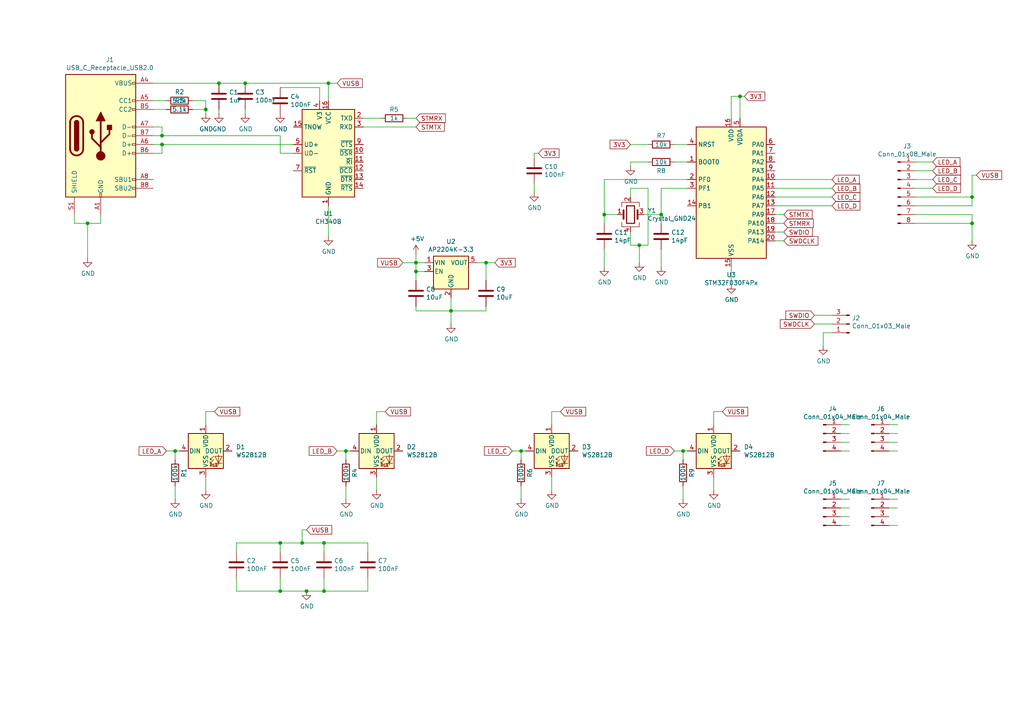
<source format=kicad_sch>
(kicad_sch (version 20250114) (generator "eeschema") (generator_version "9.0")
  (paper "A4")
  (lib_symbols
    (symbol "Connector:Conn_01x03_Male" (pin_names (offset 1.016) (hide yes))
      (property "Reference" "J" (at 0 5.08 0))
      (property "Value" "Connector_Conn_01x03_Male" (at 0 -5.08 0))
      (symbol "Conn_01x03_Male_1_1"
        (rectangle (start 0.8636 2.667) (end 0 2.413) (stroke (width 0.1524)) (fill (type outline)))
        (rectangle (start 0.8636 0.127) (end 0 -0.127) (stroke (width 0.1524)) (fill (type outline)))
        (rectangle (start 0.8636 -2.413) (end 0 -2.667) (stroke (width 0.1524)) (fill (type outline)))
        (polyline (pts (xy 1.27 2.54) (xy 0.8636 2.54)) (stroke (width 0.1524)))
        (polyline (pts (xy 1.27 0) (xy 0.8636 0)) (stroke (width 0.1524)))
        (polyline (pts (xy 1.27 -2.54) (xy 0.8636 -2.54)) (stroke (width 0.1524)))
        (pin passive line (at 5.08 2.54 180) (length 3.81) (name "Pin_1") (number "1"))
        (pin passive line (at 5.08 0 180) (length 3.81) (name "Pin_2") (number "2"))
        (pin passive line (at 5.08 -2.54 180) (length 3.81) (name "Pin_3") (number "3"))
      )
    )
    (symbol "Connector:Conn_01x04_Male" (pin_names (offset 1.016) (hide yes))
      (property "Reference" "J" (at 0 5.08 0))
      (property "Value" "Connector_Conn_01x04_Male" (at 0 -7.62 0))
      (symbol "Conn_01x04_Male_1_1"
        (rectangle (start 0.8636 2.667) (end 0 2.413) (stroke (width 0.1524)) (fill (type outline)))
        (rectangle (start 0.8636 0.127) (end 0 -0.127) (stroke (width 0.1524)) (fill (type outline)))
        (rectangle (start 0.8636 -2.413) (end 0 -2.667) (stroke (width 0.1524)) (fill (type outline)))
        (rectangle (start 0.8636 -4.953) (end 0 -5.207) (stroke (width 0.1524)) (fill (type outline)))
        (polyline (pts (xy 1.27 2.54) (xy 0.8636 2.54)) (stroke (width 0.1524)))
        (polyline (pts (xy 1.27 0) (xy 0.8636 0)) (stroke (width 0.1524)))
        (polyline (pts (xy 1.27 -2.54) (xy 0.8636 -2.54)) (stroke (width 0.1524)))
        (polyline (pts (xy 1.27 -5.08) (xy 0.8636 -5.08)) (stroke (width 0.1524)))
        (pin passive line (at 5.08 2.54 180) (length 3.81) (name "Pin_1") (number "1"))
        (pin passive line (at 5.08 0 180) (length 3.81) (name "Pin_2") (number "2"))
        (pin passive line (at 5.08 -2.54 180) (length 3.81) (name "Pin_3") (number "3"))
        (pin passive line (at 5.08 -5.08 180) (length 3.81) (name "Pin_4") (number "4"))
      )
    )
    (symbol "Connector:Conn_01x08_Male" (pin_names (offset 1.016) (hide yes))
      (property "Reference" "J" (at 0 10.16 0))
      (property "Value" "Connector_Conn_01x08_Male" (at 0 -12.7 0))
      (symbol "Conn_01x08_Male_1_1"
        (rectangle (start 0.8636 7.747) (end 0 7.493) (stroke (width 0.1524)) (fill (type outline)))
        (rectangle (start 0.8636 5.207) (end 0 4.953) (stroke (width 0.1524)) (fill (type outline)))
        (rectangle (start 0.8636 2.667) (end 0 2.413) (stroke (width 0.1524)) (fill (type outline)))
        (rectangle (start 0.8636 0.127) (end 0 -0.127) (stroke (width 0.1524)) (fill (type outline)))
        (rectangle (start 0.8636 -2.413) (end 0 -2.667) (stroke (width 0.1524)) (fill (type outline)))
        (rectangle (start 0.8636 -4.953) (end 0 -5.207) (stroke (width 0.1524)) (fill (type outline)))
        (rectangle (start 0.8636 -7.493) (end 0 -7.747) (stroke (width 0.1524)) (fill (type outline)))
        (rectangle (start 0.8636 -10.033) (end 0 -10.287) (stroke (width 0.1524)) (fill (type outline)))
        (polyline (pts (xy 1.27 7.62) (xy 0.8636 7.62)) (stroke (width 0.1524)))
        (polyline (pts (xy 1.27 5.08) (xy 0.8636 5.08)) (stroke (width 0.1524)))
        (polyline (pts (xy 1.27 2.54) (xy 0.8636 2.54)) (stroke (width 0.1524)))
        (polyline (pts (xy 1.27 0) (xy 0.8636 0)) (stroke (width 0.1524)))
        (polyline (pts (xy 1.27 -2.54) (xy 0.8636 -2.54)) (stroke (width 0.1524)))
        (polyline (pts (xy 1.27 -5.08) (xy 0.8636 -5.08)) (stroke (width 0.1524)))
        (polyline (pts (xy 1.27 -7.62) (xy 0.8636 -7.62)) (stroke (width 0.1524)))
        (polyline (pts (xy 1.27 -10.16) (xy 0.8636 -10.16)) (stroke (width 0.1524)))
        (pin passive line (at 5.08 7.62 180) (length 3.81) (name "Pin_1") (number "1"))
        (pin passive line (at 5.08 5.08 180) (length 3.81) (name "Pin_2") (number "2"))
        (pin passive line (at 5.08 2.54 180) (length 3.81) (name "Pin_3") (number "3"))
        (pin passive line (at 5.08 0 180) (length 3.81) (name "Pin_4") (number "4"))
        (pin passive line (at 5.08 -2.54 180) (length 3.81) (name "Pin_5") (number "5"))
        (pin passive line (at 5.08 -5.08 180) (length 3.81) (name "Pin_6") (number "6"))
        (pin passive line (at 5.08 -7.62 180) (length 3.81) (name "Pin_7") (number "7"))
        (pin passive line (at 5.08 -10.16 180) (length 3.81) (name "Pin_8") (number "8"))
      )
    )
    (symbol "Connector:USB_C_Receptacle_USB2.0_16P" (pin_names (offset 1.016))
      (property "Reference" "J" (at 0 22.225 0))
      (property "Value" "USB_C_Receptacle_USB2.0_16P" (at 0 19.685 0))
      (symbol "USB_C_Receptacle_USB2.0_16P_0_0"
        (rectangle (start -0.254 -17.78) (end 0.254 -16.764))
        (rectangle (start 10.16 15.494) (end 9.144 14.986))
        (rectangle (start 10.16 10.414) (end 9.144 9.906))
        (rectangle (start 10.16 7.874) (end 9.144 7.366))
        (rectangle (start 10.16 2.794) (end 9.144 2.286))
        (rectangle (start 10.16 0.254) (end 9.144 -0.254))
        (rectangle (start 10.16 -2.286) (end 9.144 -2.794))
        (rectangle (start 10.16 -4.826) (end 9.144 -5.334))
        (rectangle (start 10.16 -12.446) (end 9.144 -12.954))
        (rectangle (start 10.16 -14.986) (end 9.144 -15.494))
      )
      (symbol "USB_C_Receptacle_USB2.0_16P_0_1"
        (rectangle (start -10.16 17.78) (end 10.16 -17.78) (stroke (width 0.254)) (fill (type background)))
        (polyline (pts (xy -8.89 -3.81) (xy -8.89 3.81)) (stroke (width 0.508)))
        (rectangle (start -7.62 -3.81) (end -6.35 3.81) (stroke (width 0.254)) (fill (type outline)))
        (arc (start -7.62 3.81) (mid -6.985 4.4423) (end -6.35 3.81) (stroke (width 0.254)))
        (arc (start -7.62 3.81) (mid -6.985 4.4423) (end -6.35 3.81) (stroke (width 0.254)) (fill (type outline)))
        (arc (start -8.89 3.81) (mid -6.985 5.7067) (end -5.08 3.81) (stroke (width 0.508)))
        (arc (start -5.08 -3.81) (mid -6.985 -5.7067) (end -8.89 -3.81) (stroke (width 0.508)))
        (arc (start -6.35 -3.81) (mid -6.985 -4.4423) (end -7.62 -3.81) (stroke (width 0.254)))
        (arc (start -6.35 -3.81) (mid -6.985 -4.4423) (end -7.62 -3.81) (stroke (width 0.254)) (fill (type outline)))
        (polyline (pts (xy -5.08 3.81) (xy -5.08 -3.81)) (stroke (width 0.508)))
        (circle (center -2.54 1.143) (radius 0.635) (stroke (width 0.254)) (fill (type outline)))
        (polyline (pts (xy -1.27 4.318) (xy 0 6.858) (xy 1.27 4.318) (xy -1.27 4.318)) (stroke (width 0.254)) (fill (type outline)))
        (polyline (pts (xy 0 -2.032) (xy 2.54 0.508) (xy 2.54 1.778)) (stroke (width 0.508)))
        (polyline (pts (xy 0 -3.302) (xy -2.54 -0.762) (xy -2.54 0.508)) (stroke (width 0.508)))
        (polyline (pts (xy 0 -5.842) (xy 0 4.318)) (stroke (width 0.508)))
        (circle (center 0 -5.842) (radius 1.27) (fill (type outline)))
        (rectangle (start 1.905 1.778) (end 3.175 3.048) (stroke (width 0.254)) (fill (type outline)))
      )
      (symbol "USB_C_Receptacle_USB2.0_16P_1_1"
        (pin passive line (at -7.62 -22.86 90) (length 5.08) (name "SHIELD") (number "S1"))
        (pin passive line (at 0 -22.86 90) (length 5.08) (name "GND") (number "A1"))
        (pin passive line (at 0 -22.86 90) (length 5.08) (hide yes) (name "GND") (number "A12"))
        (pin passive line (at 0 -22.86 90) (length 5.08) (hide yes) (name "GND") (number "B1"))
        (pin passive line (at 0 -22.86 90) (length 5.08) (hide yes) (name "GND") (number "B12"))
        (pin passive line (at 15.24 15.24 180) (length 5.08) (name "VBUS") (number "A4"))
        (pin passive line (at 15.24 15.24 180) (length 5.08) (hide yes) (name "VBUS") (number "A9"))
        (pin passive line (at 15.24 15.24 180) (length 5.08) (hide yes) (name "VBUS") (number "B4"))
        (pin passive line (at 15.24 15.24 180) (length 5.08) (hide yes) (name "VBUS") (number "B9"))
        (pin bidirectional line (at 15.24 10.16 180) (length 5.08) (name "CC1") (number "A5"))
        (pin bidirectional line (at 15.24 7.62 180) (length 5.08) (name "CC2") (number "B5"))
        (pin bidirectional line (at 15.24 2.54 180) (length 5.08) (name "D-") (number "A7"))
        (pin bidirectional line (at 15.24 0 180) (length 5.08) (name "D-") (number "B7"))
        (pin bidirectional line (at 15.24 -2.54 180) (length 5.08) (name "D+") (number "A6"))
        (pin bidirectional line (at 15.24 -5.08 180) (length 5.08) (name "D+") (number "B6"))
        (pin bidirectional line (at 15.24 -12.7 180) (length 5.08) (name "SBU1") (number "A8"))
        (pin bidirectional line (at 15.24 -15.24 180) (length 5.08) (name "SBU2") (number "B8"))
      )
    )
    (symbol "Device:C" (pin_numbers (hide yes)) (pin_names (offset 0.254))
      (property "Reference" "C" (at 0.635 2.54 0))
      (property "Value" "C" (at 0.635 -2.54 0))
      (symbol "C_0_1"
        (polyline (pts (xy -2.032 0.762) (xy 2.032 0.762)) (stroke (width 0.508)))
        (polyline (pts (xy -2.032 -0.762) (xy 2.032 -0.762)) (stroke (width 0.508)))
      )
      (symbol "C_1_1"
        (pin passive line (at 0 3.81 270) (length 2.794) (name "~") (number "1"))
        (pin passive line (at 0 -3.81 90) (length 2.794) (name "~") (number "2"))
      )
    )
    (symbol "Device:Crystal_GND24" (pin_names (offset 1.016) (hide yes))
      (property "Reference" "Y" (at 3.175 5.08 0))
      (property "Value" "Crystal_GND24" (at 3.175 3.175 0))
      (symbol "Crystal_GND24_0_1"
        (polyline (pts (xy -2.54 2.286) (xy -2.54 3.556) (xy 2.54 3.556) (xy 2.54 2.286)))
        (polyline (pts (xy -2.54 0) (xy -2.032 0)))
        (polyline (pts (xy -2.54 -2.286) (xy -2.54 -3.556) (xy 2.54 -3.556) (xy 2.54 -2.286)))
        (polyline (pts (xy -2.032 -1.27) (xy -2.032 1.27)) (stroke (width 0.508)))
        (rectangle (start -1.143 2.54) (end 1.143 -2.54) (stroke (width 0.3048)))
        (polyline (pts (xy 0 3.556) (xy 0 3.81)))
        (polyline (pts (xy 0 -3.81) (xy 0 -3.556)))
        (polyline (pts (xy 2.032 0) (xy 2.54 0)))
        (polyline (pts (xy 2.032 -1.27) (xy 2.032 1.27)) (stroke (width 0.508)))
      )
      (symbol "Crystal_GND24_1_1"
        (pin passive line (at -3.81 0 0) (length 1.27) (name "1") (number "1"))
        (pin passive line (at 0 5.08 270) (length 1.27) (name "2") (number "2"))
        (pin passive line (at 0 -5.08 90) (length 1.27) (name "4") (number "4"))
        (pin passive line (at 3.81 0 180) (length 1.27) (name "3") (number "3"))
      )
    )
    (symbol "Device:R" (pin_numbers (hide yes)) (pin_names (offset 0))
      (property "Reference" "R" (at 2.032 0 90))
      (property "Value" "R" (at 0 0 90))
      (symbol "R_0_1"
        (rectangle (start -1.016 -2.54) (end 1.016 2.54) (stroke (width 0.254)))
      )
      (symbol "R_1_1"
        (pin passive line (at 0 3.81 270) (length 1.27) (name "~") (number "1"))
        (pin passive line (at 0 -3.81 90) (length 1.27) (name "~") (number "2"))
      )
    )
    (symbol "LED:WS2812B" (pin_names (offset 0.254))
      (property "Reference" "D" (at 5.08 5.715 0))
      (property "Value" "WS2812B" (at 1.27 -5.715 0))
      (symbol "WS2812B_0_0"
        (text "RGB" (at 2.286 -4.191 0) (effects (font (size 0.762 0.762))))
      )
      (symbol "WS2812B_0_1"
        (polyline (pts (xy 1.27 -2.54) (xy 1.778 -2.54)))
        (polyline (pts (xy 1.27 -3.556) (xy 1.778 -3.556)))
        (polyline (pts (xy 2.286 -1.524) (xy 1.27 -2.54) (xy 1.27 -2.032)))
        (polyline (pts (xy 2.286 -2.54) (xy 1.27 -3.556) (xy 1.27 -3.048)))
        (polyline (pts (xy 3.683 -1.016) (xy 3.683 -3.556) (xy 3.683 -4.064)))
        (polyline (pts (xy 4.699 -1.524) (xy 2.667 -1.524) (xy 3.683 -3.556) (xy 4.699 -1.524)))
        (polyline (pts (xy 4.699 -3.556) (xy 2.667 -3.556)))
        (rectangle (start 5.08 5.08) (end -5.08 -5.08) (stroke (width 0.254)) (fill (type background)))
      )
      (symbol "WS2812B_1_1"
        (pin input line (at -7.62 0 0) (length 2.54) (name "DIN") (number "4"))
        (pin power_in line (at 0 7.62 270) (length 2.54) (name "VDD") (number "1"))
        (pin power_in line (at 0 -7.62 90) (length 2.54) (name "VSS") (number "3"))
        (pin output line (at 7.62 0 180) (length 2.54) (name "DOUT") (number "2"))
      )
    )
    (symbol "MCU_ST_STM32F0:STM32F030F4Px"
      (property "Reference" "U" (at -10.16 21.59 0))
      (property "Value" "STM32F030F4Px" (at 5.08 21.59 0))
      (symbol "STM32F030F4Px_0_1"
        (rectangle (start -10.16 -17.78) (end 10.16 20.32) (stroke (width 0.254)) (fill (type background)))
      )
      (symbol "STM32F030F4Px_1_1"
        (pin input line (at -12.7 15.24 0) (length 2.54) (name "NRST") (number "4"))
        (pin input line (at -12.7 10.16 0) (length 2.54) (name "BOOT0") (number "1"))
        (pin bidirectional line (at -12.7 5.08 0) (length 2.54) (name "PF0") (number "2"))
        (pin bidirectional line (at -12.7 2.54 0) (length 2.54) (name "PF1") (number "3"))
        (pin bidirectional line (at -12.7 -2.54 0) (length 2.54) (name "PB1") (number "14"))
        (pin power_in line (at 0 22.86 270) (length 2.54) (name "VDD") (number "16"))
        (pin power_in line (at 0 -20.32 90) (length 2.54) (name "VSS") (number "15"))
        (pin power_in line (at 2.54 22.86 270) (length 2.54) (name "VDDA") (number "5"))
        (pin bidirectional line (at 12.7 15.24 180) (length 2.54) (name "PA0") (number "6"))
        (pin bidirectional line (at 12.7 12.7 180) (length 2.54) (name "PA1") (number "7"))
        (pin bidirectional line (at 12.7 10.16 180) (length 2.54) (name "PA2") (number "8"))
        (pin bidirectional line (at 12.7 7.62 180) (length 2.54) (name "PA3") (number "9"))
        (pin bidirectional line (at 12.7 5.08 180) (length 2.54) (name "PA4") (number "10"))
        (pin bidirectional line (at 12.7 2.54 180) (length 2.54) (name "PA5") (number "11"))
        (pin bidirectional line (at 12.7 0 180) (length 2.54) (name "PA6") (number "12"))
        (pin bidirectional line (at 12.7 -2.54 180) (length 2.54) (name "PA7") (number "13"))
        (pin bidirectional line (at 12.7 -5.08 180) (length 2.54) (name "PA9") (number "17"))
        (pin bidirectional line (at 12.7 -7.62 180) (length 2.54) (name "PA10") (number "18"))
        (pin bidirectional line (at 12.7 -10.16 180) (length 2.54) (name "PA13") (number "19"))
        (pin bidirectional line (at 12.7 -12.7 180) (length 2.54) (name "PA14") (number "20"))
      )
    )
    (symbol "Regulator_Linear:AP2204K-3.3" (pin_names (offset 0.254))
      (property "Reference" "U" (at -5.08 5.715 0))
      (property "Value" "AP2204K-3.3" (at 0 5.715 0))
      (symbol "AP2204K-3.3_0_1"
        (rectangle (start -5.08 4.445) (end 5.08 -5.08) (stroke (width 0.254)) (fill (type background)))
      )
      (symbol "AP2204K-3.3_1_1"
        (pin power_in line (at -7.62 2.54 0) (length 2.54) (name "VIN") (number "1"))
        (pin input line (at -7.62 0 0) (length 2.54) (name "EN") (number "3"))
        (pin power_in line (at 0 -7.62 90) (length 2.54) (name "GND") (number "2"))
        (pin no_connect line (at 5.08 0 180) (length 2.54) (hide yes) (name "NC") (number "4"))
        (pin power_out line (at 7.62 2.54 180) (length 2.54) (name "VOUT") (number "5"))
      )
    )
    (symbol "ch340b:CH340B"
      (property "Reference" "U" (at -5.08 13.97 0))
      (property "Value" "CH340B" (at 1.27 13.97 0))
      (symbol "CH340B_0_1"
        (rectangle (start -7.62 12.7) (end 7.62 -12.7) (stroke (width 0.254)) (fill (type background)))
      )
      (symbol "CH340B_1_1"
        (pin input line (at -10.16 7.62 0) (length 2.54) (name "TNOW") (number "15"))
        (pin bidirectional line (at -10.16 2.54 0) (length 2.54) (name "UD+") (number "5"))
        (pin bidirectional line (at -10.16 0 0) (length 2.54) (name "UD-") (number "6"))
        (pin input line (at -10.16 -5.08 0) (length 2.54) (name "~{RST}") (number "7"))
        (pin no_connect line (at -7.62 -10.16 0) (length 2.54) (hide yes) (name "NC") (number "8"))
        (pin passive line (at -2.54 15.24 270) (length 2.54) (name "V3") (number "4"))
        (pin power_in line (at 0 15.24 270) (length 2.54) (name "VCC") (number "16"))
        (pin power_in line (at 0 -15.24 90) (length 2.54) (name "GND") (number "1"))
        (pin output line (at 10.16 10.16 180) (length 2.54) (name "TXD") (number "2"))
        (pin input line (at 10.16 7.62 180) (length 2.54) (name "RXD") (number "3"))
        (pin input line (at 10.16 2.54 180) (length 2.54) (name "~{CTS}") (number "9"))
        (pin input line (at 10.16 0 180) (length 2.54) (name "~{DSR}") (number "10"))
        (pin input line (at 10.16 -2.54 180) (length 2.54) (name "~{RI}") (number "11"))
        (pin input line (at 10.16 -5.08 180) (length 2.54) (name "~{DCD}") (number "12"))
        (pin output line (at 10.16 -7.62 180) (length 2.54) (name "~{DTR}") (number "13"))
        (pin output line (at 10.16 -10.16 180) (length 2.54) (name "~{RTS}") (number "14"))
      )
    )
    (symbol "power:+5V" (power) (pin_numbers (hide yes)) (pin_names (offset 0) (hide yes))
      (property "Value" "+5V" (at 0 3.556 0))
      (symbol "+5V_0_1"
        (polyline (pts (xy -0.762 1.27) (xy 0 2.54)))
        (polyline (pts (xy 0 2.54) (xy 0.762 1.27)))
        (polyline (pts (xy 0 0) (xy 0 2.54)))
      )
      (symbol "+5V_1_1"
        (pin power_in line (at 0 0 90) (length 0) (name "~") (number "1"))
      )
    )
    (symbol "power:GND" (power) (pin_numbers (hide yes)) (pin_names (offset 0) (hide yes))
      (property "Value" "GND" (at 0 -3.81 0))
      (symbol "GND_0_1"
        (polyline (pts (xy 0 0) (xy 0 -1.27) (xy 1.27 -1.27) (xy 0 -2.54) (xy -1.27 -1.27) (xy 0 -1.27)))
      )
      (symbol "GND_1_1"
        (pin power_in line (at 0 0 270) (length 0) (name "~") (number "1"))
      )
    )
  )
  (junction (at 46.99 41.91))
  (junction (at 81.28 171.45))
  (junction (at 100.33 130.81))
  (junction (at 95.25 24.13))
  (junction (at 87.63 157.48))
  (junction (at 140.97 76.2))
  (junction (at 46.99 39.37))
  (junction (at 281.94 64.77))
  (junction (at 81.28 157.48))
  (junction (at 50.8 130.81))
  (junction (at 93.98 171.45))
  (junction (at 281.94 57.15))
  (junction (at 198.12 130.81))
  (junction (at 191.77 62.23))
  (junction (at 71.12 24.13))
  (junction (at 88.9 171.45))
  (junction (at 59.69 31.75))
  (junction (at 25.4 64.77))
  (junction (at 63.5 24.13))
  (junction (at 120.65 76.2))
  (junction (at 151.13 130.81))
  (junction (at 93.98 157.48))
  (junction (at 120.65 78.74))
  (junction (at 185.42 71.12))
  (junction (at 130.81 90.17))
  (junction (at 175.26 62.23))
  (junction (at 214.63 27.94))
  (wire (pts (xy 130.81 93.98) (xy 130.81 90.17)))
  (wire (pts (xy 198.12 130.81) (xy 199.39 130.81)))
  (wire (pts (xy 243.84 152.4) (xy 246.38 152.4)))
  (wire (pts (xy 100.33 130.81) (xy 101.6 130.81)))
  (wire (pts (xy 100.33 144.78) (xy 100.33 140.97)))
  (wire (pts (xy 50.8 130.81) (xy 52.07 130.81)))
  (wire (pts (xy 59.69 31.75) (xy 59.69 33.02)))
  (wire (pts (xy 93.98 160.02) (xy 93.98 157.48)))
  (wire (pts (xy 154.94 44.45) (xy 154.94 45.72)))
  (wire (pts (xy 130.81 90.17) (xy 130.81 86.36)))
  (wire (pts (xy 92.71 25.4) (xy 92.71 29.21)))
  (wire (pts (xy 182.88 71.12) (xy 185.42 71.12)))
  (wire (pts (xy 123.19 78.74) (xy 120.65 78.74)))
  (wire (pts (xy 120.65 78.74) (xy 120.65 81.28)))
  (wire (pts (xy 46.99 39.37) (xy 81.28 39.37)))
  (wire (pts (xy 109.22 119.38) (xy 109.22 123.19)))
  (wire (pts (xy 198.12 133.35) (xy 198.12 130.81)))
  (wire (pts (xy 106.68 171.45) (xy 93.98 171.45)))
  (wire (pts (xy 59.69 142.24) (xy 59.69 138.43)))
  (wire (pts (xy 257.81 147.32) (xy 260.35 147.32)))
  (wire (pts (xy 140.97 76.2) (xy 140.97 81.28)))
  (wire (pts (xy 88.9 171.45) (xy 81.28 171.45)))
  (wire (pts (xy 62.23 119.38) (xy 59.69 119.38)))
  (wire (pts (xy 25.4 64.77) (xy 29.21 64.77)))
  (wire (pts (xy 265.43 49.53) (xy 270.51 49.53)))
  (wire (pts (xy 236.22 93.98) (xy 241.3 93.98)))
  (wire (pts (xy 55.88 31.75) (xy 59.69 31.75)))
  (wire (pts (xy 81.28 160.02) (xy 81.28 157.48)))
  (wire (pts (xy 81.28 171.45) (xy 68.58 171.45)))
  (wire (pts (xy 224.79 57.15) (xy 241.3 57.15)))
  (wire (pts (xy 68.58 157.48) (xy 68.58 160.02)))
  (wire (pts (xy 198.12 144.78) (xy 198.12 140.97)))
  (wire (pts (xy 265.43 52.07) (xy 270.51 52.07)))
  (wire (pts (xy 44.45 29.21) (xy 48.26 29.21)))
  (wire (pts (xy 227.33 69.85) (xy 224.79 69.85)))
  (wire (pts (xy 187.96 71.12) (xy 187.96 54.61)))
  (wire (pts (xy 257.81 125.73) (xy 260.35 125.73)))
  (wire (pts (xy 118.11 34.29) (xy 120.65 34.29)))
  (wire (pts (xy 160.02 142.24) (xy 160.02 138.43)))
  (wire (pts (xy 93.98 157.48) (xy 87.63 157.48)))
  (wire (pts (xy 110.49 34.29) (xy 105.41 34.29)))
  (wire (pts (xy 281.94 62.23) (xy 281.94 64.77)))
  (wire (pts (xy 199.39 52.07) (xy 175.26 52.07)))
  (wire (pts (xy 81.28 157.48) (xy 68.58 157.48)))
  (wire (pts (xy 106.68 157.48) (xy 93.98 157.48)))
  (wire (pts (xy 243.84 125.73) (xy 246.38 125.73)))
  (wire (pts (xy 175.26 62.23) (xy 179.07 62.23)))
  (wire (pts (xy 187.96 41.91) (xy 182.88 41.91)))
  (wire (pts (xy 140.97 88.9) (xy 140.97 90.17)))
  (wire (pts (xy 187.96 54.61) (xy 182.88 54.61)))
  (wire (pts (xy 187.96 46.99) (xy 182.88 46.99)))
  (wire (pts (xy 265.43 59.69) (xy 281.94 59.69)))
  (wire (pts (xy 185.42 71.12) (xy 187.96 71.12)))
  (wire (pts (xy 154.94 53.34) (xy 154.94 55.88)))
  (wire (pts (xy 81.28 25.4) (xy 92.71 25.4)))
  (wire (pts (xy 95.25 29.21) (xy 95.25 24.13)))
  (wire (pts (xy 97.79 130.81) (xy 100.33 130.81)))
  (wire (pts (xy 265.43 46.99) (xy 270.51 46.99)))
  (wire (pts (xy 48.26 31.75) (xy 44.45 31.75)))
  (wire (pts (xy 93.98 171.45) (xy 88.9 171.45)))
  (wire (pts (xy 93.98 167.64) (xy 93.98 171.45)))
  (wire (pts (xy 195.58 130.81) (xy 198.12 130.81)))
  (wire (pts (xy 175.26 52.07) (xy 175.26 62.23)))
  (wire (pts (xy 207.01 119.38) (xy 207.01 123.19)))
  (wire (pts (xy 214.63 27.94) (xy 214.63 34.29)))
  (wire (pts (xy 182.88 46.99) (xy 182.88 48.26)))
  (wire (pts (xy 88.9 153.67) (xy 87.63 153.67)))
  (wire (pts (xy 95.25 24.13) (xy 71.12 24.13)))
  (wire (pts (xy 151.13 130.81) (xy 152.4 130.81)))
  (wire (pts (xy 21.59 64.77) (xy 25.4 64.77)))
  (wire (pts (xy 87.63 153.67) (xy 87.63 157.48)))
  (wire (pts (xy 257.81 130.81) (xy 260.35 130.81)))
  (wire (pts (xy 212.09 82.55) (xy 212.09 77.47)))
  (wire (pts (xy 160.02 119.38) (xy 160.02 123.19)))
  (wire (pts (xy 81.28 44.45) (xy 81.28 39.37)))
  (wire (pts (xy 44.45 24.13) (xy 63.5 24.13)))
  (wire (pts (xy 106.68 160.02) (xy 106.68 157.48)))
  (wire (pts (xy 224.79 54.61) (xy 241.3 54.61)))
  (wire (pts (xy 175.26 77.47) (xy 175.26 72.39)))
  (wire (pts (xy 281.94 57.15) (xy 281.94 50.8)))
  (wire (pts (xy 191.77 77.47) (xy 191.77 72.39)))
  (wire (pts (xy 257.81 128.27) (xy 260.35 128.27)))
  (wire (pts (xy 120.65 73.66) (xy 120.65 76.2)))
  (wire (pts (xy 116.84 76.2) (xy 120.65 76.2)))
  (wire (pts (xy 21.59 62.23) (xy 21.59 64.77)))
  (wire (pts (xy 123.19 76.2) (xy 120.65 76.2)))
  (wire (pts (xy 111.76 119.38) (xy 109.22 119.38)))
  (wire (pts (xy 140.97 90.17) (xy 130.81 90.17)))
  (wire (pts (xy 185.42 76.2) (xy 185.42 71.12)))
  (wire (pts (xy 106.68 167.64) (xy 106.68 171.45)))
  (wire (pts (xy 243.84 147.32) (xy 246.38 147.32)))
  (wire (pts (xy 87.63 157.48) (xy 81.28 157.48)))
  (wire (pts (xy 191.77 64.77) (xy 191.77 62.23)))
  (wire (pts (xy 238.76 100.33) (xy 238.76 96.52)))
  (wire (pts (xy 59.69 29.21) (xy 59.69 31.75)))
  (wire (pts (xy 182.88 57.15) (xy 182.88 54.61)))
  (wire (pts (xy 44.45 39.37) (xy 46.99 39.37)))
  (wire (pts (xy 182.88 71.12) (xy 182.88 67.31)))
  (wire (pts (xy 50.8 133.35) (xy 50.8 130.81)))
  (wire (pts (xy 95.25 59.69) (xy 95.25 68.58)))
  (wire (pts (xy 95.25 24.13) (xy 97.79 24.13)))
  (wire (pts (xy 283.21 50.8) (xy 281.94 50.8)))
  (wire (pts (xy 46.99 41.91) (xy 44.45 41.91)))
  (wire (pts (xy 191.77 62.23) (xy 191.77 54.61)))
  (wire (pts (xy 151.13 144.78) (xy 151.13 140.97)))
  (wire (pts (xy 214.63 27.94) (xy 212.09 27.94)))
  (wire (pts (xy 281.94 59.69) (xy 281.94 57.15)))
  (wire (pts (xy 257.81 152.4) (xy 260.35 152.4)))
  (wire (pts (xy 186.69 62.23) (xy 191.77 62.23)))
  (wire (pts (xy 209.55 119.38) (xy 207.01 119.38)))
  (wire (pts (xy 46.99 44.45) (xy 46.99 41.91)))
  (wire (pts (xy 44.45 44.45) (xy 46.99 44.45)))
  (wire (pts (xy 265.43 54.61) (xy 270.51 54.61)))
  (wire (pts (xy 44.45 36.83) (xy 46.99 36.83)))
  (wire (pts (xy 236.22 91.44) (xy 241.3 91.44)))
  (wire (pts (xy 130.81 90.17) (xy 120.65 90.17)))
  (wire (pts (xy 120.65 76.2) (xy 120.65 78.74)))
  (wire (pts (xy 63.5 24.13) (xy 71.12 24.13)))
  (wire (pts (xy 175.26 62.23) (xy 175.26 64.77)))
  (wire (pts (xy 281.94 64.77) (xy 281.94 69.85)))
  (wire (pts (xy 227.33 67.31) (xy 224.79 67.31)))
  (wire (pts (xy 59.69 119.38) (xy 59.69 123.19)))
  (wire (pts (xy 100.33 133.35) (xy 100.33 130.81)))
  (wire (pts (xy 85.09 44.45) (xy 81.28 44.45)))
  (wire (pts (xy 148.59 130.81) (xy 151.13 130.81)))
  (wire (pts (xy 257.81 123.19) (xy 260.35 123.19)))
  (wire (pts (xy 243.84 128.27) (xy 246.38 128.27)))
  (wire (pts (xy 46.99 41.91) (xy 85.09 41.91)))
  (wire (pts (xy 120.65 90.17) (xy 120.65 88.9)))
  (wire (pts (xy 265.43 62.23) (xy 281.94 62.23)))
  (wire (pts (xy 138.43 76.2) (xy 140.97 76.2)))
  (wire (pts (xy 227.33 64.77) (xy 224.79 64.77)))
  (wire (pts (xy 243.84 130.81) (xy 246.38 130.81)))
  (wire (pts (xy 224.79 59.69) (xy 241.3 59.69)))
  (wire (pts (xy 71.12 31.75) (xy 71.12 33.02)))
  (wire (pts (xy 257.81 144.78) (xy 260.35 144.78)))
  (wire (pts (xy 105.41 36.83) (xy 120.65 36.83)))
  (wire (pts (xy 162.56 119.38) (xy 160.02 119.38)))
  (wire (pts (xy 195.58 41.91) (xy 199.39 41.91)))
  (wire (pts (xy 224.79 52.07) (xy 241.3 52.07)))
  (wire (pts (xy 207.01 142.24) (xy 207.01 138.43)))
  (wire (pts (xy 215.9 27.94) (xy 214.63 27.94)))
  (wire (pts (xy 243.84 144.78) (xy 246.38 144.78)))
  (wire (pts (xy 265.43 64.77) (xy 281.94 64.77)))
  (wire (pts (xy 227.33 62.23) (xy 224.79 62.23)))
  (wire (pts (xy 156.21 44.45) (xy 154.94 44.45)))
  (wire (pts (xy 238.76 96.52) (xy 241.3 96.52)))
  (wire (pts (xy 48.26 130.81) (xy 50.8 130.81)))
  (wire (pts (xy 151.13 133.35) (xy 151.13 130.81)))
  (wire (pts (xy 265.43 57.15) (xy 281.94 57.15)))
  (wire (pts (xy 243.84 123.19) (xy 246.38 123.19)))
  (wire (pts (xy 55.88 29.21) (xy 59.69 29.21)))
  (wire (pts (xy 109.22 142.24) (xy 109.22 138.43)))
  (wire (pts (xy 199.39 46.99) (xy 195.58 46.99)))
  (wire (pts (xy 25.4 64.77) (xy 25.4 74.93)))
  (wire (pts (xy 243.84 149.86) (xy 246.38 149.86)))
  (wire (pts (xy 63.5 33.02) (xy 63.5 31.75)))
  (wire (pts (xy 212.09 27.94) (xy 212.09 34.29)))
  (wire (pts (xy 68.58 171.45) (xy 68.58 167.64)))
  (wire (pts (xy 46.99 36.83) (xy 46.99 39.37)))
  (bus (pts (xy -31.75 -25.4) (xy -29.21 -22.86)))
  (wire (pts (xy 81.28 167.64) (xy 81.28 171.45)))
  (wire (pts (xy 29.21 64.77) (xy 29.21 62.23)))
  (wire (pts (xy 191.77 54.61) (xy 199.39 54.61)))
  (wire (pts (xy 50.8 144.78) (xy 50.8 140.97)))
  (wire (pts (xy 143.51 76.2) (xy 140.97 76.2)))
  (global_label "LED_B" (shape input) (at 270.51 49.53 0) (property "Intersheetrefs" "${INTERSHEET_REFS}" (effects (hide yes))))
  (global_label "VUSB" (shape input) (at 97.79 24.13 0) (property "Intersheetrefs" "${INTERSHEET_REFS}" (effects (hide yes))))
  (global_label "VUSB" (shape input) (at 116.84 76.2 180) (property "Intersheetrefs" "${INTERSHEET_REFS}" (effects (hide yes))))
  (global_label "SWDCLK" (shape input) (at 236.22 93.98 180) (property "Intersheetrefs" "${INTERSHEET_REFS}" (effects (hide yes))))
  (global_label "LED_A" (shape input) (at 48.26 130.81 180) (property "Intersheetrefs" "${INTERSHEET_REFS}" (effects (hide yes))))
  (global_label "STMTX" (shape input) (at 227.33 62.23 0) (property "Intersheetrefs" "${INTERSHEET_REFS}" (effects (hide yes))))
  (global_label "LED_A" (shape input) (at 270.51 46.99 0) (property "Intersheetrefs" "${INTERSHEET_REFS}" (effects (hide yes))))
  (global_label "LED_D" (shape input) (at 270.51 54.61 0) (property "Intersheetrefs" "${INTERSHEET_REFS}" (effects (hide yes))))
  (global_label "3V3" (shape input) (at 215.9 27.94 0) (property "Intersheetrefs" "${INTERSHEET_REFS}" (effects (hide yes))))
  (global_label "3V3" (shape input) (at 182.88 41.91 180) (property "Intersheetrefs" "${INTERSHEET_REFS}" (effects (hide yes))))
  (global_label "3V3" (shape input) (at 143.51 76.2 0) (property "Intersheetrefs" "${INTERSHEET_REFS}" (effects (hide yes))))
  (global_label "STMRX" (shape input) (at 120.65 34.29 0) (property "Intersheetrefs" "${INTERSHEET_REFS}" (effects (hide yes))))
  (global_label "STMTX" (shape input) (at 120.65 36.83 0) (property "Intersheetrefs" "${INTERSHEET_REFS}" (effects (hide yes))))
  (global_label "STMRX" (shape input) (at 227.33 64.77 0) (property "Intersheetrefs" "${INTERSHEET_REFS}" (effects (hide yes))))
  (global_label "VUSB" (shape input) (at 162.56 119.38 0) (property "Intersheetrefs" "${INTERSHEET_REFS}" (effects (hide yes))))
  (global_label "VUSB" (shape input) (at 62.23 119.38 0) (property "Intersheetrefs" "${INTERSHEET_REFS}" (effects (hide yes))))
  (global_label "VUSB" (shape input) (at 283.21 50.8 0) (property "Intersheetrefs" "${INTERSHEET_REFS}" (effects (hide yes))))
  (global_label "LED_A" (shape input) (at 241.3 52.07 0) (property "Intersheetrefs" "${INTERSHEET_REFS}" (effects (hide yes))))
  (global_label "LED_C" (shape input) (at 148.59 130.81 180) (property "Intersheetrefs" "${INTERSHEET_REFS}" (effects (hide yes))))
  (global_label "SWDCLK" (shape input) (at 227.33 69.85 0) (property "Intersheetrefs" "${INTERSHEET_REFS}" (effects (hide yes))))
  (global_label "SWDIO" (shape input) (at 227.33 67.31 0) (property "Intersheetrefs" "${INTERSHEET_REFS}" (effects (hide yes))))
  (global_label "LED_B" (shape input) (at 241.3 54.61 0) (property "Intersheetrefs" "${INTERSHEET_REFS}" (effects (hide yes))))
  (global_label "SWDIO" (shape input) (at 236.22 91.44 180) (property "Intersheetrefs" "${INTERSHEET_REFS}" (effects (hide yes))))
  (global_label "LED_D" (shape input) (at 241.3 59.69 0) (property "Intersheetrefs" "${INTERSHEET_REFS}" (effects (hide yes))))
  (global_label "LED_D" (shape input) (at 195.58 130.81 180) (property "Intersheetrefs" "${INTERSHEET_REFS}" (effects (hide yes))))
  (global_label "VUSB" (shape input) (at 209.55 119.38 0) (property "Intersheetrefs" "${INTERSHEET_REFS}" (effects (hide yes))))
  (global_label "LED_C" (shape input) (at 270.51 52.07 0) (property "Intersheetrefs" "${INTERSHEET_REFS}" (effects (hide yes))))
  (global_label "VUSB" (shape input) (at 88.9 153.67 0) (property "Intersheetrefs" "${INTERSHEET_REFS}" (effects (hide yes))))
  (global_label "LED_C" (shape input) (at 241.3 57.15 0) (property "Intersheetrefs" "${INTERSHEET_REFS}" (effects (hide yes))))
  (global_label "3V3" (shape input) (at 156.21 44.45 0) (property "Intersheetrefs" "${INTERSHEET_REFS}" (effects (hide yes))))
  (global_label "LED_B" (shape input) (at 97.79 130.81 180) (property "Intersheetrefs" "${INTERSHEET_REFS}" (effects (hide yes))))
  (global_label "VUSB" (shape input) (at 111.76 119.38 0) (property "Intersheetrefs" "${INTERSHEET_REFS}" (effects (hide yes))))
  (symbol (lib_id "power:GND") (at 212.09 82.55 0) (unit 1)
    (property "Reference" "#PWR023" (effects (hide yes)))
    (property "Value" "GND" (at 212.217 86.9442 0))
  )
  (symbol (lib_id "Device:C") (at 140.97 85.09 0) (unit 1)
    (property "Reference" "C9" (at 143.891 83.9216 0) (effects (justify left)))
    (property "Value" "10uF" (at 143.891 86.233 0) (effects (justify left)))
    (property "Footprint" "Capacitor_SMD:C_0603_1608Metric_Pad1.08x0.95mm_HandSolder" (effects (hide yes)))
    (property "LCSC" "C19702" (effects (hide yes)))
  )
  (symbol (lib_id "Device:C") (at 120.65 85.09 0) (unit 1)
    (property "Reference" "C8" (at 123.571 83.9216 0) (effects (justify left)))
    (property "Value" "10uF" (at 123.571 86.233 0) (effects (justify left)))
    (property "Footprint" "Capacitor_SMD:C_0603_1608Metric_Pad1.08x0.95mm_HandSolder" (effects (hide yes)))
    (property "LCSC" "C19702" (effects (hide yes)))
  )
  (symbol (lib_id "power:GND") (at 130.81 93.98 0) (unit 1)
    (property "Reference" "#PWR013" (effects (hide yes)))
    (property "Value" "GND" (at 130.937 98.3742 0))
  )
  (symbol (lib_id "power:+5V") (at 120.65 73.66 0) (unit 1)
    (property "Reference" "#PWR012" (effects (hide yes)))
    (property "Value" "+5V" (at 121.031 69.2658 0))
  )
  (symbol (lib_id "Device:R") (at 191.77 41.91 270) (unit 1)
    (property "Reference" "R7" (at 191.77 39.37 90))
    (property "Value" "10k" (at 191.77 41.91 90))
    (property "Footprint" "Resistor_SMD:R_0603_1608Metric_Pad0.98x0.95mm_HandSolder" (effects (hide yes)))
    (property "LCSC" "C25744" (effects (hide yes)))
  )
  (symbol (lib_id "Device:R") (at 191.77 46.99 270) (unit 1)
    (property "Reference" "R8" (at 191.77 49.53 90))
    (property "Value" "10k" (at 191.77 46.99 90))
    (property "Footprint" "Resistor_SMD:R_0603_1608Metric_Pad0.98x0.95mm_HandSolder" (effects (hide yes)))
    (property "LCSC" "C25744" (effects (hide yes)))
  )
  (symbol (lib_id "power:GND") (at 95.25 68.58 0) (unit 1)
    (property "Reference" "#PWR09" (effects (hide yes)))
    (property "Value" "GND" (at 95.377 72.9742 0))
  )
  (symbol (lib_id "power:GND") (at 182.88 48.26 0) (unit 1)
    (property "Reference" "#PWR018" (effects (hide yes)))
    (property "Value" "GND" (at 183.007 52.6542 0))
  )
  (symbol (lib_id "Device:C") (at 154.94 49.53 0) (unit 1)
    (property "Reference" "C10" (at 157.861 48.3616 0) (effects (justify left)))
    (property "Value" "100nF" (at 157.861 50.673 0) (effects (justify left)))
    (property "Footprint" "Capacitor_SMD:C_0603_1608Metric_Pad1.08x0.95mm_HandSolder" (effects (hide yes)))
    (property "LCSC" "C1525" (effects (hide yes)))
  )
  (symbol (lib_id "power:GND") (at 154.94 55.88 0) (unit 1)
    (property "Reference" "#PWR015" (effects (hide yes)))
    (property "Value" "GND" (at 155.067 60.2742 0))
  )
  (symbol (lib_id "Device:R") (at 114.3 34.29 270) (unit 1)
    (property "Reference" "R5" (at 114.3 31.75 90))
    (property "Value" "1k" (at 114.3 34.29 90))
    (property "Footprint" "Resistor_SMD:R_0603_1608Metric_Pad0.98x0.95mm_HandSolder" (effects (hide yes)))
    (property "LCSC" "C11702" (effects (hide yes)))
  )
  (symbol (lib_id "Device:C") (at 63.5 27.94 0) (unit 1)
    (property "Reference" "C1" (at 66.421 26.7716 0) (effects (justify left)))
    (property "Value" "1uF" (at 66.421 29.083 0) (effects (justify left)))
    (property "Footprint" "Capacitor_SMD:C_0603_1608Metric_Pad1.08x0.95mm_HandSolder" (effects (hide yes)))
    (property "LCSC" "C52923" (effects (hide yes)))
  )
  (symbol (lib_id "Device:C") (at 71.12 27.94 0) (unit 1)
    (property "Reference" "C3" (at 74.041 26.7716 0) (effects (justify left)))
    (property "Value" "100nF" (at 74.041 29.083 0) (effects (justify left)))
    (property "Footprint" "Capacitor_SMD:C_0603_1608Metric_Pad1.08x0.95mm_HandSolder" (effects (hide yes)))
    (property "LCSC" "C1525" (effects (hide yes)))
  )
  (symbol (lib_id "power:GND") (at 25.4 74.93 0) (unit 1)
    (property "Reference" "#PWR01" (effects (hide yes)))
    (property "Value" "GND" (at 25.527 79.3242 0))
  )
  (symbol (lib_id "Connector:USB_C_Receptacle_USB2.0_16P") (at 29.21 39.37 0) (unit 1)
    (property "Reference" "J1" (at 31.877 17.3482 0))
    (property "Value" "USB_C_Receptacle_USB2.0" (at 31.877 19.6596 0))
    (property "Footprint" "footprints:USB_C_Receptacle_HRO_TYPE-C-31-M-12" (effects (hide yes)))
    (property "Datasheet" "https://www.usb.org/sites/default/files/documents/usb_type-c.zip" (effects (hide yes)))
    (property "Description" "USB 2.0-only 16P Type-C Receptacle connector" (effects (hide yes)))
  )
  (symbol (lib_id "Device:R") (at 52.07 29.21 270) (unit 1)
    (property "Reference" "R2" (at 52.07 26.67 90))
    (property "Value" "5.1k" (at 52.07 29.21 90))
    (property "Footprint" "Resistor_SMD:R_0603_1608Metric_Pad0.98x0.95mm_HandSolder" (effects (hide yes)))
    (property "LCSC" "C25905" (effects (hide yes)))
  )
  (symbol (lib_id "Device:R") (at 52.07 31.75 270) (unit 1)
    (property "Reference" "R3" (at 52.07 29.21 90))
    (property "Value" "5.1k" (at 52.07 31.75 90))
    (property "Footprint" "Resistor_SMD:R_0603_1608Metric_Pad0.98x0.95mm_HandSolder" (effects (hide yes)))
    (property "LCSC" "C25905" (effects (hide yes)))
  )
  (symbol (lib_id "power:GND") (at 59.69 33.02 0) (unit 1)
    (property "Reference" "#PWR03" (effects (hide yes)))
    (property "Value" "GND" (at 59.817 37.4142 0))
  )
  (symbol (lib_id "ch340b:CH340B") (at 95.25 44.45 0) (unit 1)
    (property "Reference" "U1" (at 95.25 61.9506 0))
    (property "Value" "CH340B" (at 95.25 64.262 0))
    (property "Footprint" "Package_SO:SOIC-16_3.9x9.9mm_P1.27mm" (effects (hide yes)))
    (property "Datasheet" "https://datasheet.lcsc.com/lcsc/2008191806_WCH-Jiangsu-Qin-Heng-CH340B_C81010.pdf" (effects (hide yes)))
  )
  (symbol (lib_id "power:GND") (at 63.5 33.02 0) (unit 1)
    (property "Reference" "#PWR05" (effects (hide yes)))
    (property "Value" "GND" (at 63.627 37.4142 0))
  )
  (symbol (lib_id "power:GND") (at 71.12 33.02 0) (unit 1)
    (property "Reference" "#PWR06" (effects (hide yes)))
    (property "Value" "GND" (at 71.247 37.4142 0))
  )
  (symbol (lib_id "power:GND") (at 81.28 33.02 0) (unit 1)
    (property "Reference" "#PWR07" (effects (hide yes)))
    (property "Value" "GND" (at 81.407 37.4142 0))
  )
  (symbol (lib_id "Device:C") (at 81.28 29.21 0) (unit 1)
    (property "Reference" "C4" (at 84.201 28.0416 0) (effects (justify left)))
    (property "Value" "100nF" (at 84.201 30.353 0) (effects (justify left)))
    (property "Footprint" "Capacitor_SMD:C_0603_1608Metric_Pad1.08x0.95mm_HandSolder" (effects (hide yes)))
    (property "LCSC" "C1525" (effects (hide yes)))
  )
  (symbol (lib_id "MCU_ST_STM32F0:STM32F030F4Px") (at 212.09 57.15 0) (unit 1)
    (property "Reference" "U3" (at 212.09 79.7306 0))
    (property "Value" "STM32F030F4Px" (at 212.09 82.042 0))
    (property "Footprint" "Package_SO:TSSOP-20_4.4x6.5mm_P0.65mm" (effects (hide yes)))
    (property "Datasheet" "http://www.st.com/st-web-ui/static/active/en/resource/technical/document/datasheet/DM00088500.pdf" (effects (hide yes)))
  )
  (symbol (lib_id "LED:WS2812B") (at 59.69 130.81 0) (unit 1)
    (property "Reference" "D1" (at 68.4276 129.6416 0) (effects (justify left)))
    (property "Value" "WS2812B" (at 68.4276 131.953 0) (effects (justify left)))
    (property "Footprint" "LED_SMD:LED_WS2812B_PLCC4_5.0x5.0mm_P3.2mm" (effects (hide yes)))
    (property "Datasheet" "https://cdn-shop.adafruit.com/datasheets/WS2812B.pdf" (effects (hide yes)))
  )
  (symbol (lib_id "power:GND") (at 59.69 142.24 0) (unit 1)
    (property "Reference" "#PWR04" (effects (hide yes)))
    (property "Value" "GND" (at 59.817 146.6342 0))
  )
  (symbol (lib_id "LED:WS2812B") (at 109.22 130.81 0) (unit 1)
    (property "Reference" "D2" (at 117.9576 129.6416 0) (effects (justify left)))
    (property "Value" "WS2812B" (at 117.9576 131.953 0) (effects (justify left)))
    (property "Footprint" "LED_SMD:LED_WS2812B_PLCC4_5.0x5.0mm_P3.2mm" (effects (hide yes)))
    (property "Datasheet" "https://cdn-shop.adafruit.com/datasheets/WS2812B.pdf" (effects (hide yes)))
  )
  (symbol (lib_id "power:GND") (at 109.22 142.24 0) (unit 1)
    (property "Reference" "#PWR011" (effects (hide yes)))
    (property "Value" "GND" (at 109.347 146.6342 0))
  )
  (symbol (lib_id "LED:WS2812B") (at 160.02 130.81 0) (unit 1)
    (property "Reference" "D3" (at 168.7576 129.6416 0) (effects (justify left)))
    (property "Value" "WS2812B" (at 168.7576 131.953 0) (effects (justify left)))
    (property "Footprint" "LED_SMD:LED_WS2812B_PLCC4_5.0x5.0mm_P3.2mm" (effects (hide yes)))
    (property "Datasheet" "https://cdn-shop.adafruit.com/datasheets/WS2812B.pdf" (effects (hide yes)))
  )
  (symbol (lib_id "power:GND") (at 160.02 142.24 0) (unit 1)
    (property "Reference" "#PWR016" (effects (hide yes)))
    (property "Value" "GND" (at 160.147 146.6342 0))
  )
  (symbol (lib_id "LED:WS2812B") (at 207.01 130.81 0) (unit 1)
    (property "Reference" "D4" (at 215.7476 129.6416 0) (effects (justify left)))
    (property "Value" "WS2812B" (at 215.7476 131.953 0) (effects (justify left)))
    (property "Footprint" "LED_SMD:LED_WS2812B_PLCC4_5.0x5.0mm_P3.2mm" (effects (hide yes)))
    (property "Datasheet" "https://cdn-shop.adafruit.com/datasheets/WS2812B.pdf" (effects (hide yes)))
  )
  (symbol (lib_id "power:GND") (at 207.01 142.24 0) (unit 1)
    (property "Reference" "#PWR022" (effects (hide yes)))
    (property "Value" "GND" (at 207.137 146.6342 0))
  )
  (symbol (lib_id "Device:R") (at 50.8 137.16 180) (unit 1)
    (property "Reference" "R1" (at 53.34 137.16 90))
    (property "Value" "100k" (at 50.8 137.16 90))
    (property "Footprint" "Resistor_SMD:R_0603_1608Metric_Pad0.98x0.95mm_HandSolder" (effects (hide yes)))
    (property "LCSC" "C11702" (effects (hide yes)))
  )
  (symbol (lib_id "power:GND") (at 50.8 144.78 0) (unit 1)
    (property "Reference" "#PWR02" (effects (hide yes)))
    (property "Value" "GND" (at 50.927 149.1742 0))
  )
  (symbol (lib_id "Device:R") (at 100.33 137.16 180) (unit 1)
    (property "Reference" "R4" (at 102.87 137.16 90))
    (property "Value" "100k" (at 100.33 137.16 90))
    (property "Footprint" "Resistor_SMD:R_0603_1608Metric_Pad0.98x0.95mm_HandSolder" (effects (hide yes)))
    (property "LCSC" "C11702" (effects (hide yes)))
  )
  (symbol (lib_id "power:GND") (at 100.33 144.78 0) (unit 1)
    (property "Reference" "#PWR010" (effects (hide yes)))
    (property "Value" "GND" (at 100.457 149.1742 0))
  )
  (symbol (lib_id "Device:R") (at 151.13 137.16 180) (unit 1)
    (property "Reference" "R6" (at 153.67 137.16 90))
    (property "Value" "100k" (at 151.13 137.16 90))
    (property "Footprint" "Resistor_SMD:R_0603_1608Metric_Pad0.98x0.95mm_HandSolder" (effects (hide yes)))
    (property "LCSC" "C11702" (effects (hide yes)))
  )
  (symbol (lib_id "power:GND") (at 151.13 144.78 0) (unit 1)
    (property "Reference" "#PWR014" (effects (hide yes)))
    (property "Value" "GND" (at 151.257 149.1742 0))
  )
  (symbol (lib_id "Device:R") (at 198.12 137.16 180) (unit 1)
    (property "Reference" "R9" (at 200.66 137.16 90))
    (property "Value" "100k" (at 198.12 137.16 90))
    (property "Footprint" "Resistor_SMD:R_0603_1608Metric_Pad0.98x0.95mm_HandSolder" (effects (hide yes)))
    (property "LCSC" "C11702" (effects (hide yes)))
  )
  (symbol (lib_id "power:GND") (at 198.12 144.78 0) (unit 1)
    (property "Reference" "#PWR021" (effects (hide yes)))
    (property "Value" "GND" (at 198.247 149.1742 0))
  )
  (symbol (lib_id "Device:C") (at 106.68 163.83 0) (unit 1)
    (property "Reference" "C7" (at 109.601 162.6616 0) (effects (justify left)))
    (property "Value" "100nF" (at 109.601 164.973 0) (effects (justify left)))
    (property "Footprint" "Capacitor_SMD:C_0603_1608Metric_Pad1.08x0.95mm_HandSolder" (effects (hide yes)))
    (property "LCSC" "C1525" (effects (hide yes)))
  )
  (symbol (lib_id "Device:C") (at 93.98 163.83 0) (unit 1)
    (property "Reference" "C6" (at 96.901 162.6616 0) (effects (justify left)))
    (property "Value" "100nF" (at 96.901 164.973 0) (effects (justify left)))
    (property "Footprint" "Capacitor_SMD:C_0603_1608Metric_Pad1.08x0.95mm_HandSolder" (effects (hide yes)))
    (property "LCSC" "C1525" (effects (hide yes)))
  )
  (symbol (lib_id "Device:C") (at 81.28 163.83 0) (unit 1)
    (property "Reference" "C5" (at 84.201 162.6616 0) (effects (justify left)))
    (property "Value" "100nF" (at 84.201 164.973 0) (effects (justify left)))
    (property "Footprint" "Capacitor_SMD:C_0603_1608Metric_Pad1.08x0.95mm_HandSolder" (effects (hide yes)))
    (property "LCSC" "C1525" (effects (hide yes)))
  )
  (symbol (lib_id "Device:C") (at 68.58 163.83 0) (unit 1)
    (property "Reference" "C2" (at 71.501 162.6616 0) (effects (justify left)))
    (property "Value" "100nF" (at 71.501 164.973 0) (effects (justify left)))
    (property "Footprint" "Capacitor_SMD:C_0603_1608Metric_Pad1.08x0.95mm_HandSolder" (effects (hide yes)))
    (property "LCSC" "C1525" (effects (hide yes)))
  )
  (symbol (lib_id "power:GND") (at 88.9 171.45 0) (unit 1)
    (property "Reference" "#PWR08" (effects (hide yes)))
    (property "Value" "GND" (at 89.027 175.8442 0))
  )
  (symbol (lib_id "Device:Crystal_GND24") (at 182.88 62.23 0) (unit 1)
    (property "Reference" "Y1" (at 187.8076 61.0616 0) (effects (justify left)))
    (property "Value" "Crystal_GND24" (at 187.8076 63.373 0) (effects (justify left)))
    (property "Footprint" "lib:TSX-3225" (effects (hide yes)))
  )
  (symbol (lib_id "power:GND") (at 185.42 76.2 0) (unit 1)
    (property "Reference" "#PWR019" (effects (hide yes)))
    (property "Value" "GND" (at 185.547 80.5942 0))
  )
  (symbol (lib_id "Device:C") (at 191.77 68.58 0) (unit 1)
    (property "Reference" "C12" (at 194.691 67.4116 0) (effects (justify left)))
    (property "Value" "14pF" (at 194.691 69.723 0) (effects (justify left)))
    (property "Footprint" "Capacitor_SMD:C_0603_1608Metric_Pad1.08x0.95mm_HandSolder" (effects (hide yes)))
    (property "LCSC" "C19702" (effects (hide yes)))
  )
  (symbol (lib_id "Device:C") (at 175.26 68.58 0) (unit 1)
    (property "Reference" "C11" (at 178.181 67.4116 0) (effects (justify left)))
    (property "Value" "14pF" (at 178.181 69.723 0) (effects (justify left)))
    (property "Footprint" "Capacitor_SMD:C_0603_1608Metric_Pad1.08x0.95mm_HandSolder" (effects (hide yes)))
    (property "LCSC" "C19702" (effects (hide yes)))
  )
  (symbol (lib_id "power:GND") (at 191.77 77.47 0) (unit 1)
    (property "Reference" "#PWR020" (effects (hide yes)))
    (property "Value" "GND" (at 191.897 81.8642 0))
  )
  (symbol (lib_id "power:GND") (at 175.26 77.47 0) (unit 1)
    (property "Reference" "#PWR017" (effects (hide yes)))
    (property "Value" "GND" (at 175.387 81.8642 0))
  )
  (symbol (lib_id "Regulator_Linear:AP2204K-3.3") (at 130.81 78.74 0) (unit 1)
    (property "Reference" "U2" (at 130.81 70.0532 0))
    (property "Value" "AP2204K-3.3" (at 130.81 72.3646 0))
    (property "Footprint" "Package_TO_SOT_SMD:SOT-23-5" (effects (hide yes)))
    (property "Datasheet" "https://www.diodes.com/assets/Datasheets/AP2204.pdf" (effects (hide yes)))
  )
  (symbol (lib_id "Connector:Conn_01x03_Male") (at 246.38 93.98 180) (unit 1)
    (property "Reference" "J2" (at 247.0912 92.2528 0) (effects (justify right)))
    (property "Value" "Conn_01x03_Male" (at 247.0912 94.5642 0) (effects (justify right)))
    (property "Footprint" "Connector_PinHeader_2.54mm:PinHeader_1x03_P2.54mm_Vertical" (effects (hide yes)))
  )
  (symbol (lib_id "power:GND") (at 238.76 100.33 0) (unit 1)
    (property "Reference" "#PWR024" (effects (hide yes)))
    (property "Value" "GND" (at 238.887 104.7242 0))
  )
  (symbol (lib_id "Connector:Conn_01x08_Male") (at 260.35 54.61 0) (unit 1)
    (property "Reference" "J3" (at 263.0932 42.3926 0))
    (property "Value" "Conn_01x08_Male" (at 263.0932 44.704 0))
    (property "Footprint" "lib:padauk_test_a" (effects (hide yes)))
  )
  (symbol (lib_id "power:GND") (at 281.94 69.85 0) (unit 1)
    (property "Reference" "#PWR0101" (effects (hide yes)))
    (property "Value" "GND" (at 282.067 74.2442 0))
  )
  (symbol (lib_id "Connector:Conn_01x04_Male") (at 238.76 125.73 0) (unit 1)
    (property "Reference" "J4" (at 241.5032 118.5926 0))
    (property "Value" "Conn_01x04_Male" (at 241.5032 120.904 0))
    (property "Footprint" "Connector_PinHeader_2.54mm:PinHeader_1x04_P2.54mm_Vertical" (effects (hide yes)))
  )
  (symbol (lib_id "Connector:Conn_01x04_Male") (at 252.73 125.73 0) (unit 1)
    (property "Reference" "J6" (at 255.4732 118.5926 0))
    (property "Value" "Conn_01x04_Male" (at 255.4732 120.904 0))
    (property "Footprint" "Connector_PinHeader_2.54mm:PinHeader_1x04_P2.54mm_Vertical" (effects (hide yes)))
  )
  (symbol (lib_id "Connector:Conn_01x04_Male") (at 238.76 147.32 0) (unit 1)
    (property "Reference" "J5" (at 241.5032 140.1826 0))
    (property "Value" "Conn_01x04_Male" (at 241.5032 142.494 0))
    (property "Footprint" "Connector_PinHeader_2.54mm:PinHeader_1x04_P2.54mm_Vertical" (effects (hide yes)))
  )
  (symbol (lib_id "Connector:Conn_01x04_Male") (at 252.73 147.32 0) (unit 1)
    (property "Reference" "J7" (at 255.4732 140.1826 0))
    (property "Value" "Conn_01x04_Male" (at 255.4732 142.494 0))
    (property "Footprint" "Connector_PinHeader_2.54mm:PinHeader_1x04_P2.54mm_Vertical" (effects (hide yes)))
  )
)
</source>
